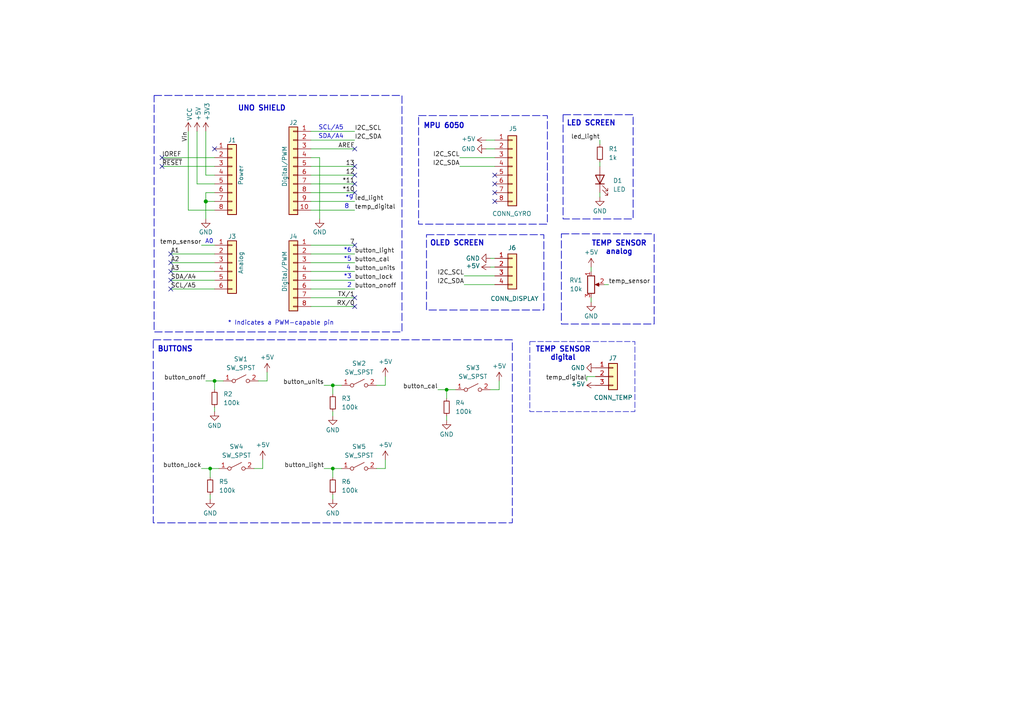
<source format=kicad_sch>
(kicad_sch (version 20231120) (generator "eeschema") (generator_version "8.0")
  (paper "A4")
  (title_block (title "Uno Shield ThermoPro") (date "2025-01-27") (rev "1.0") (company "Twyla Borck"))
  (lib_symbols
    (symbol "Connector_Generic:Conn_01x03" (pin_names (offset 1.016) hide)
      (property "Reference" "J" (at 0 5.08 0))
      (property "Value" "Conn_01x03" (at 0 -5.08 0))
      (symbol "Conn_01x03_1_1"
        (rectangle (start -1.27 -2.413) (end 0 -2.667) (stroke (width 0.1524)))
        (rectangle (start -1.27 0.127) (end 0 -0.127) (stroke (width 0.1524)))
        (rectangle (start -1.27 2.667) (end 0 2.413) (stroke (width 0.1524)))
        (rectangle (start -1.27 3.81) (end 1.27 -3.81) (stroke (width 0.254)) (fill (type background)))
        (pin passive line (at -5.08 2.54 0) (length 3.81) (name "Pin_1") (number "1"))
        (pin passive line (at -5.08 0 0) (length 3.81) (name "Pin_2") (number "2"))
        (pin passive line (at -5.08 -2.54 0) (length 3.81) (name "Pin_3") (number "3"))
      )
    )
    (symbol "Connector_Generic:Conn_01x04" (pin_names (offset 1.016) hide)
      (property "Reference" "J" (at 0 5.08 0))
      (property "Value" "Conn_01x04" (at 0 -7.62 0))
      (symbol "Conn_01x04_1_1"
        (rectangle (start -1.27 -4.953) (end 0 -5.207) (stroke (width 0.1524)))
        (rectangle (start -1.27 -2.413) (end 0 -2.667) (stroke (width 0.1524)))
        (rectangle (start -1.27 0.127) (end 0 -0.127) (stroke (width 0.1524)))
        (rectangle (start -1.27 2.667) (end 0 2.413) (stroke (width 0.1524)))
        (rectangle (start -1.27 3.81) (end 1.27 -6.35) (stroke (width 0.254)) (fill (type background)))
        (pin passive line (at -5.08 2.54 0) (length 3.81) (name "Pin_1") (number "1"))
        (pin passive line (at -5.08 0 0) (length 3.81) (name "Pin_2") (number "2"))
        (pin passive line (at -5.08 -2.54 0) (length 3.81) (name "Pin_3") (number "3"))
        (pin passive line (at -5.08 -5.08 0) (length 3.81) (name "Pin_4") (number "4"))
      )
    )
    (symbol "Connector_Generic:Conn_01x06" (pin_names (offset 1.016) hide)
      (property "Reference" "J" (at 0 7.62 0))
      (property "Value" "Conn_01x06" (at 0 -10.16 0))
      (symbol "Conn_01x06_1_1"
        (rectangle (start -1.27 -7.493) (end 0 -7.747) (stroke (width 0.1524)))
        (rectangle (start -1.27 -4.953) (end 0 -5.207) (stroke (width 0.1524)))
        (rectangle (start -1.27 -2.413) (end 0 -2.667) (stroke (width 0.1524)))
        (rectangle (start -1.27 0.127) (end 0 -0.127) (stroke (width 0.1524)))
        (rectangle (start -1.27 2.667) (end 0 2.413) (stroke (width 0.1524)))
        (rectangle (start -1.27 5.207) (end 0 4.953) (stroke (width 0.1524)))
        (rectangle (start -1.27 6.35) (end 1.27 -8.89) (stroke (width 0.254)) (fill (type background)))
        (pin passive line (at -5.08 5.08 0) (length 3.81) (name "Pin_1") (number "1"))
        (pin passive line (at -5.08 2.54 0) (length 3.81) (name "Pin_2") (number "2"))
        (pin passive line (at -5.08 0 0) (length 3.81) (name "Pin_3") (number "3"))
        (pin passive line (at -5.08 -2.54 0) (length 3.81) (name "Pin_4") (number "4"))
        (pin passive line (at -5.08 -5.08 0) (length 3.81) (name "Pin_5") (number "5"))
        (pin passive line (at -5.08 -7.62 0) (length 3.81) (name "Pin_6") (number "6"))
      )
    )
    (symbol "Connector_Generic:Conn_01x08" (pin_names (offset 1.016) hide)
      (property "Reference" "J" (at 0 10.16 0))
      (property "Value" "Conn_01x08" (at 0 -12.7 0))
      (symbol "Conn_01x08_1_1"
        (rectangle (start -1.27 -10.033) (end 0 -10.287) (stroke (width 0.1524)))
        (rectangle (start -1.27 -7.493) (end 0 -7.747) (stroke (width 0.1524)))
        (rectangle (start -1.27 -4.953) (end 0 -5.207) (stroke (width 0.1524)))
        (rectangle (start -1.27 -2.413) (end 0 -2.667) (stroke (width 0.1524)))
        (rectangle (start -1.27 0.127) (end 0 -0.127) (stroke (width 0.1524)))
        (rectangle (start -1.27 2.667) (end 0 2.413) (stroke (width 0.1524)))
        (rectangle (start -1.27 5.207) (end 0 4.953) (stroke (width 0.1524)))
        (rectangle (start -1.27 7.747) (end 0 7.493) (stroke (width 0.1524)))
        (rectangle (start -1.27 8.89) (end 1.27 -11.43) (stroke (width 0.254)) (fill (type background)))
        (pin passive line (at -5.08 7.62 0) (length 3.81) (name "Pin_1") (number "1"))
        (pin passive line (at -5.08 5.08 0) (length 3.81) (name "Pin_2") (number "2"))
        (pin passive line (at -5.08 2.54 0) (length 3.81) (name "Pin_3") (number "3"))
        (pin passive line (at -5.08 0 0) (length 3.81) (name "Pin_4") (number "4"))
        (pin passive line (at -5.08 -2.54 0) (length 3.81) (name "Pin_5") (number "5"))
        (pin passive line (at -5.08 -5.08 0) (length 3.81) (name "Pin_6") (number "6"))
        (pin passive line (at -5.08 -7.62 0) (length 3.81) (name "Pin_7") (number "7"))
        (pin passive line (at -5.08 -10.16 0) (length 3.81) (name "Pin_8") (number "8"))
      )
    )
    (symbol "Connector_Generic:Conn_01x10" (pin_names (offset 1.016) hide)
      (property "Reference" "J" (at 0 12.7 0))
      (property "Value" "Conn_01x10" (at 0 -15.24 0))
      (symbol "Conn_01x10_1_1"
        (rectangle (start -1.27 -12.573) (end 0 -12.827) (stroke (width 0.1524)))
        (rectangle (start -1.27 -10.033) (end 0 -10.287) (stroke (width 0.1524)))
        (rectangle (start -1.27 -7.493) (end 0 -7.747) (stroke (width 0.1524)))
        (rectangle (start -1.27 -4.953) (end 0 -5.207) (stroke (width 0.1524)))
        (rectangle (start -1.27 -2.413) (end 0 -2.667) (stroke (width 0.1524)))
        (rectangle (start -1.27 0.127) (end 0 -0.127) (stroke (width 0.1524)))
        (rectangle (start -1.27 2.667) (end 0 2.413) (stroke (width 0.1524)))
        (rectangle (start -1.27 5.207) (end 0 4.953) (stroke (width 0.1524)))
        (rectangle (start -1.27 7.747) (end 0 7.493) (stroke (width 0.1524)))
        (rectangle (start -1.27 10.287) (end 0 10.033) (stroke (width 0.1524)))
        (rectangle (start -1.27 11.43) (end 1.27 -13.97) (stroke (width 0.254)) (fill (type background)))
        (pin passive line (at -5.08 10.16 0) (length 3.81) (name "Pin_1") (number "1"))
        (pin passive line (at -5.08 -12.7 0) (length 3.81) (name "Pin_10") (number "10"))
        (pin passive line (at -5.08 7.62 0) (length 3.81) (name "Pin_2") (number "2"))
        (pin passive line (at -5.08 5.08 0) (length 3.81) (name "Pin_3") (number "3"))
        (pin passive line (at -5.08 2.54 0) (length 3.81) (name "Pin_4") (number "4"))
        (pin passive line (at -5.08 0 0) (length 3.81) (name "Pin_5") (number "5"))
        (pin passive line (at -5.08 -2.54 0) (length 3.81) (name "Pin_6") (number "6"))
        (pin passive line (at -5.08 -5.08 0) (length 3.81) (name "Pin_7") (number "7"))
        (pin passive line (at -5.08 -7.62 0) (length 3.81) (name "Pin_8") (number "8"))
        (pin passive line (at -5.08 -10.16 0) (length 3.81) (name "Pin_9") (number "9"))
      )
    )
    (symbol "Device:LED" (pin_numbers hide) (pin_names (offset 1.016) hide)
      (property "Reference" "D" (at 0 2.54 0))
      (property "Value" "LED" (at 0 -2.54 0))
      (symbol "LED_0_1"
        (polyline (pts (xy -1.27 -1.27) (xy -1.27 1.27)) (stroke (width 0.254)))
        (polyline (pts (xy -1.27 0) (xy 1.27 0)))
        (polyline (pts (xy 1.27 -1.27) (xy 1.27 1.27) (xy -1.27 0) (xy 1.27 -1.27)) (stroke (width 0.254)))
        (polyline (pts (xy -3.048 -0.762) (xy -4.572 -2.286) (xy -3.81 -2.286) (xy -4.572 -2.286) (xy -4.572 -1.524)))
        (polyline (pts (xy -1.778 -0.762) (xy -3.302 -2.286) (xy -2.54 -2.286) (xy -3.302 -2.286) (xy -3.302 -1.524)))
      )
      (symbol "LED_1_1"
        (pin passive line (at -3.81 0 0) (length 2.54) (name "K") (number "1"))
        (pin passive line (at 3.81 0 180) (length 2.54) (name "A") (number "2"))
      )
    )
    (symbol "Device:R_Potentiometer" (pin_names (offset 1.016) hide)
      (property "Reference" "RV" (at -4.445 0 90))
      (property "Value" "R_Potentiometer" (at -2.54 0 90))
      (symbol "R_Potentiometer_0_1"
        (polyline (pts (xy 2.54 0) (xy 1.524 0)))
        (polyline (pts (xy 1.143 0) (xy 2.286 0.508) (xy 2.286 -0.508) (xy 1.143 0)) (fill (type outline)))
        (rectangle (start 1.016 2.54) (end -1.016 -2.54) (stroke (width 0.254)))
      )
      (symbol "R_Potentiometer_1_1"
        (pin passive line (at 0 3.81 270) (length 1.27) (name "1") (number "1"))
        (pin passive line (at 3.81 0 180) (length 1.27) (name "2") (number "2"))
        (pin passive line (at 0 -3.81 90) (length 1.27) (name "3") (number "3"))
      )
    )
    (symbol "Device:R_Small" (pin_numbers hide) (pin_names (offset 0.254) hide)
      (property "Reference" "R" (at 0.762 0.508 0))
      (property "Value" "R_Small" (at 0.762 -1.016 0))
      (symbol "R_Small_0_1"
        (rectangle (start -0.762 1.778) (end 0.762 -1.778) (stroke (width 0.2032)))
      )
      (symbol "R_Small_1_1"
        (pin passive line (at 0 2.54 270) (length 0.762) (name "~") (number "1"))
        (pin passive line (at 0 -2.54 90) (length 0.762) (name "~") (number "2"))
      )
    )
    (symbol "Switch:SW_SPST" (pin_names (offset 0) hide)
      (property "Reference" "SW" (at 0 3.175 0))
      (property "Value" "SW_SPST" (at 0 -2.54 0))
      (symbol "SW_SPST_0_0"
        (circle (center -2.032 0) (radius 0.508))
        (polyline (pts (xy -1.524 0.254) (xy 1.524 1.778)))
        (circle (center 2.032 0) (radius 0.508))
      )
      (symbol "SW_SPST_1_1"
        (pin passive line (at -5.08 0 0) (length 2.54) (name "A") (number "1"))
        (pin passive line (at 5.08 0 180) (length 2.54) (name "B") (number "2"))
      )
    )
    (symbol "power:+3V3" (power) (pin_names (offset 0))
      (property "Value" "+3V3" (at 0 3.556 0))
      (symbol "+3V3_0_1"
        (polyline (pts (xy -0.762 1.27) (xy 0 2.54)))
        (polyline (pts (xy 0 0) (xy 0 2.54)))
        (polyline (pts (xy 0 2.54) (xy 0.762 1.27)))
      )
      (symbol "+3V3_1_1"
        (pin power_in line (at 0 0 90) (length 0) hide (name "+3V3") (number "1"))
      )
    )
    (symbol "power:+5V" (power) (pin_names (offset 0))
      (property "Value" "+5V" (at 0 3.556 0))
      (symbol "+5V_0_1"
        (polyline (pts (xy -0.762 1.27) (xy 0 2.54)))
        (polyline (pts (xy 0 0) (xy 0 2.54)))
        (polyline (pts (xy 0 2.54) (xy 0.762 1.27)))
      )
      (symbol "+5V_1_1"
        (pin power_in line (at 0 0 90) (length 0) hide (name "+5V") (number "1"))
      )
    )
    (symbol "power:GND" (power) (pin_names (offset 0))
      (property "Value" "GND" (at 0 -3.81 0))
      (symbol "GND_0_1"
        (polyline (pts (xy 0 0) (xy 0 -1.27) (xy 1.27 -1.27) (xy 0 -2.54) (xy -1.27 -1.27) (xy 0 -1.27)))
      )
      (symbol "GND_1_1"
        (pin power_in line (at 0 0 270) (length 0) hide (name "GND") (number "1"))
      )
    )
    (symbol "power:VCC" (power) (pin_names (offset 0))
      (property "Value" "VCC" (at 0 3.81 0))
      (symbol "VCC_0_1"
        (polyline (pts (xy -0.762 1.27) (xy 0 2.54)))
        (polyline (pts (xy 0 0) (xy 0 2.54)))
        (polyline (pts (xy 0 2.54) (xy 0.762 1.27)))
      )
      (symbol "VCC_1_1"
        (pin power_in line (at 0 0 90) (length 0) hide (name "VCC") (number "1"))
      )
    )
  )
  (junction (at 96.52 135.89))
  (junction (at 59.69 58.42) (diameter 1.016))
  (junction (at 96.52 111.76))
  (junction (at 129.54 113.03))
  (junction (at 60.96 135.89))
  (junction (at 62.23 110.49))
  (no_connect (at 143.51 50.8))
  (no_connect (at 49.53 78.74))
  (no_connect (at 49.53 81.28))
  (no_connect (at 49.53 73.66))
  (no_connect (at 143.51 53.34))
  (no_connect (at 102.87 43.18))
  (no_connect (at 143.51 55.88))
  (no_connect (at 143.51 58.42))
  (no_connect (at 102.87 48.26))
  (no_connect (at 102.87 55.88))
  (no_connect (at 102.87 50.8))
  (no_connect (at 102.87 86.36))
  (no_connect (at 102.87 88.9))
  (no_connect (at 46.99 45.72))
  (no_connect (at 102.87 71.12))
  (no_connect (at 46.99 48.26))
  (no_connect (at 102.87 53.34))
  (no_connect (at 62.23 43.18))
  (no_connect (at 49.53 83.82))
  (no_connect (at 49.53 76.2))
  (wire (pts (xy 90.17 88.9) (xy 102.87 88.9)))
  (wire (pts (xy 140.97 40.64) (xy 143.51 40.64)))
  (wire (pts (xy 90.17 55.88) (xy 102.87 55.88)))
  (wire (pts (xy 133.35 48.26) (xy 143.51 48.26)))
  (wire (pts (xy 90.17 38.1) (xy 102.87 38.1)))
  (wire (pts (xy 96.52 119.38) (xy 96.52 120.65)))
  (wire (pts (xy 96.52 138.43) (xy 96.52 135.89)))
  (wire (pts (xy 59.69 55.88) (xy 59.69 58.42)))
  (wire (pts (xy 49.53 83.82) (xy 62.23 83.82)))
  (wire (pts (xy 58.42 71.12) (xy 62.23 71.12)))
  (wire (pts (xy 93.98 135.89) (xy 96.52 135.89)))
  (wire (pts (xy 134.62 82.55) (xy 143.51 82.55)))
  (wire (pts (xy 59.69 58.42) (xy 59.69 63.5)))
  (wire (pts (xy 59.69 50.8) (xy 62.23 50.8)))
  (wire (pts (xy 57.15 53.34) (xy 62.23 53.34)))
  (wire (pts (xy 73.66 135.89) (xy 76.2 135.89)))
  (wire (pts (xy 171.45 77.47) (xy 171.45 78.74)))
  (wire (pts (xy 57.15 38.1) (xy 57.15 53.34)))
  (wire (pts (xy 96.52 135.89) (xy 99.06 135.89)))
  (wire (pts (xy 90.17 48.26) (xy 102.87 48.26)))
  (wire (pts (xy 59.69 38.1) (xy 59.69 50.8)))
  (wire (pts (xy 90.17 71.12) (xy 102.87 71.12)))
  (wire (pts (xy 96.52 111.76) (xy 99.06 111.76)))
  (wire (pts (xy 90.17 50.8) (xy 102.87 50.8)))
  (wire (pts (xy 90.17 73.66) (xy 102.87 73.66)))
  (wire (pts (xy 109.22 111.76) (xy 111.76 111.76)))
  (wire (pts (xy 144.78 113.03) (xy 144.78 110.49)))
  (wire (pts (xy 142.24 74.93) (xy 143.51 74.93)))
  (wire (pts (xy 62.23 118.11) (xy 62.23 119.38)))
  (wire (pts (xy 109.22 135.89) (xy 111.76 135.89)))
  (wire (pts (xy 90.17 58.42) (xy 102.87 58.42)))
  (wire (pts (xy 59.69 110.49) (xy 62.23 110.49)))
  (wire (pts (xy 129.54 115.57) (xy 129.54 113.03)))
  (wire (pts (xy 93.98 111.76) (xy 96.52 111.76)))
  (wire (pts (xy 90.17 78.74) (xy 102.87 78.74)))
  (wire (pts (xy 60.96 143.51) (xy 60.96 144.78)))
  (wire (pts (xy 46.99 45.72) (xy 62.23 45.72)))
  (wire (pts (xy 74.93 110.49) (xy 77.47 110.49)))
  (wire (pts (xy 173.99 46.99) (xy 173.99 48.26)))
  (wire (pts (xy 92.71 45.72) (xy 92.71 63.5)))
  (wire (pts (xy 96.52 143.51) (xy 96.52 144.78)))
  (wire (pts (xy 90.17 43.18) (xy 102.87 43.18)))
  (wire (pts (xy 175.26 82.55) (xy 176.53 82.55)))
  (wire (pts (xy 134.62 80.01) (xy 143.51 80.01)))
  (wire (pts (xy 62.23 76.2) (xy 49.53 76.2)))
  (wire (pts (xy 46.99 48.26) (xy 62.23 48.26)))
  (wire (pts (xy 62.23 113.03) (xy 62.23 110.49)))
  (wire (pts (xy 62.23 58.42) (xy 59.69 58.42)))
  (wire (pts (xy 171.45 87.63) (xy 171.45 86.36)))
  (wire (pts (xy 62.23 60.96) (xy 54.61 60.96)))
  (wire (pts (xy 111.76 111.76) (xy 111.76 109.22)))
  (wire (pts (xy 49.53 73.66) (xy 62.23 73.66)))
  (wire (pts (xy 140.97 43.18) (xy 143.51 43.18)))
  (wire (pts (xy 129.54 120.65) (xy 129.54 121.92)))
  (wire (pts (xy 127 113.03) (xy 129.54 113.03)))
  (wire (pts (xy 90.17 45.72) (xy 92.71 45.72)))
  (wire (pts (xy 142.24 113.03) (xy 144.78 113.03)))
  (wire (pts (xy 111.76 135.89) (xy 111.76 133.35)))
  (wire (pts (xy 60.96 135.89) (xy 63.5 135.89)))
  (wire (pts (xy 62.23 55.88) (xy 59.69 55.88)))
  (wire (pts (xy 96.52 114.3) (xy 96.52 111.76)))
  (wire (pts (xy 62.23 110.49) (xy 64.77 110.49)))
  (wire (pts (xy 90.17 53.34) (xy 102.87 53.34)))
  (wire (pts (xy 129.54 113.03) (xy 132.08 113.03)))
  (wire (pts (xy 58.42 135.89) (xy 60.96 135.89)))
  (wire (pts (xy 170.18 109.22) (xy 170.18 110.49)))
  (wire (pts (xy 90.17 76.2) (xy 102.87 76.2)))
  (wire (pts (xy 142.24 77.47) (xy 143.51 77.47)))
  (wire (pts (xy 49.53 78.74) (xy 62.23 78.74)))
  (wire (pts (xy 76.2 135.89) (xy 76.2 133.35)))
  (wire (pts (xy 60.96 138.43) (xy 60.96 135.89)))
  (wire (pts (xy 172.72 109.22) (xy 170.18 109.22)))
  (wire (pts (xy 173.99 55.88) (xy 173.99 57.15)))
  (wire (pts (xy 133.35 45.72) (xy 143.51 45.72)))
  (wire (pts (xy 77.47 110.49) (xy 77.47 107.95)))
  (wire (pts (xy 90.17 40.64) (xy 102.87 40.64)))
  (wire (pts (xy 90.17 83.82) (xy 102.87 83.82)))
  (wire (pts (xy 173.99 40.64) (xy 173.99 41.91)))
  (wire (pts (xy 90.17 81.28) (xy 102.87 81.28)))
  (wire (pts (xy 90.17 86.36) (xy 102.87 86.36)))
  (wire (pts (xy 54.61 60.96) (xy 54.61 38.1)))
  (wire (pts (xy 62.23 81.28) (xy 49.53 81.28)))
  (wire (pts (xy 90.17 60.96) (xy 102.87 60.96)))
  (rectangle (start 44.45 98.552) (end 148.59 151.638) (stroke (width 0.2) (type dash)))
  (rectangle (start 153.67 99.06) (end 184.15 119.38) (stroke (width 0) (type dash)))
  (rectangle (start 123.698 68.072) (end 157.734 89.916) (stroke (width 0.2) (type dash)))
  (rectangle (start 163.322 33.274) (end 183.642 63.5) (stroke (width 0.2) (type dash)))
  (rectangle (start 44.704 27.686) (end 116.586 96.266) (stroke (width 0.2) (type dash)))
  (rectangle (start 121.412 33.528) (end 158.75 65.024) (stroke (width 0.2) (type dash)))
  (rectangle (start 162.814 67.818) (end 189.738 93.98) (stroke (width 0.2) (type dash)))
  (text "OLED SCREEN" (at 132.588 70.612 0) (effects (font (size 1.5 1.5) (thickness 0.3) (bold yes))))
  (text "A0\n" (at 60.706 70.104 0) (effects (font (size 1.27 1.27))))
  (text "8" (at 100.584 59.944 0) (effects (font (size 1.27 1.27))))
  (text "LED SCREEN" (at 171.45 35.814 0) (effects (font (size 1.5 1.5) (thickness 0.3) (bold yes))))
  (text "*9" (at 101.346 57.404 0) (effects (font (size 1.27 1.27))))
  (text "TEMP SENSOR\nanalog\n" (at 179.578 71.882 0) (effects (font (size 1.5 1.5) (thickness 0.3) (bold yes))))
  (text "UNO SHIELD" (at 75.946 31.496 0) (effects (font (size 1.5 1.5) (thickness 0.3) (bold yes))))
  (text "MPU 6050" (at 128.778 36.576 0) (effects (font (size 1.5 1.5) (thickness 0.3) (bold yes))))
  (text "SCL/A5" (at 96.012 37.084 0) (effects (font (size 1.27 1.27))))
  (text "*6" (at 100.838 72.644 0) (effects (font (size 1.27 1.27))))
  (text "SDA/A4" (at 96.012 39.624 0) (effects (font (size 1.27 1.27))))
  (text "BUTTONS" (at 50.8 101.346 0) (effects (font (size 1.5 1.5) (thickness 0.3) (bold yes))))
  (text "*5" (at 100.838 75.184 0) (effects (font (size 1.27 1.27))))
  (text "*3" (at 100.838 80.264 0) (effects (font (size 1.27 1.27))))
  (text "* Indicates a PWM-capable pin" (at 66.04 94.488 0) (effects (font (size 1.27 1.27)) (justify left bottom)))
  (text "2\n" (at 101.346 82.804 0) (effects (font (size 1.27 1.27))))
  (text "TEMP SENSOR\ndigital\n" (at 163.322 102.616 0) (effects (font (size 1.5 1.5) (thickness 0.3) (bold yes))))
  (text "4" (at 101.092 77.724 0) (effects (font (size 1.27 1.27))))
  (label "RX{slash}0" (at 102.87 88.9 180))
  (label "button_light" (at 93.98 135.89 180))
  (label "A2" (at 49.53 76.2 0))
  (label "I2C_SDA" (at 134.62 82.55 180))
  (label "button_cal" (at 127 113.03 180))
  (label "A3" (at 49.53 78.74 0))
  (label "I2C_SCL" (at 133.35 45.72 180))
  (label "button_onoff" (at 59.69 110.49 180))
  (label "13" (at 102.87 48.26 180))
  (label "temp_digital" (at 102.87 60.96 0))
  (label "12" (at 102.87 50.8 180))
  (label "~{RESET}" (at 46.99 48.26 0))
  (label "I2C_SCL" (at 102.87 38.1 0))
  (label "I2C_SDA" (at 102.87 40.64 0))
  (label "*10" (at 102.87 55.88 180))
  (label "I2C_SCL" (at 134.62 80.01 180))
  (label "button_cal" (at 102.87 76.2 0))
  (label "temp_sensor" (at 58.42 71.12 180))
  (label "button_onoff" (at 102.87 83.82 0))
  (label "7" (at 102.87 71.12 180))
  (label "button_units" (at 102.87 78.74 0))
  (label "*11" (at 102.87 53.34 180))
  (label "button_lock" (at 58.42 135.89 180))
  (label "led_light" (at 102.87 58.42 0))
  (label "led_light" (at 173.99 40.64 180))
  (label "A1" (at 49.53 73.66 0))
  (label "TX{slash}1" (at 102.87 86.36 180))
  (label "button_units" (at 93.98 111.76 180))
  (label "AREF" (at 102.87 43.18 180))
  (label "temp_digital" (at 170.18 110.49 180))
  (label "I2C_SDA" (at 133.35 48.26 180))
  (label "Vin" (at 54.61 38.1 270))
  (label "button_lock" (at 102.87 81.28 0))
  (label "IOREF" (at 46.99 45.72 0))
  (label "button_light" (at 102.87 73.66 0))
  (label "SDA{slash}A4" (at 49.53 81.28 0))
  (label "SCL{slash}A5" (at 49.53 83.82 0))
  (label "temp_sensor" (at 176.53 82.55 0))
  (symbol (lib_id "Connector_Generic:Conn_01x08") (at 67.31 50.8 0) (unit 1)
    (property "Reference" "J1" (at 67.31 40.64 0))
    (property "Value" "Power" (at 69.85 50.8 90))
    (property "Footprint" "Connector_PinSocket_2.54mm:PinSocket_1x08_P2.54mm_Vertical" (effects (hide yes)))
  )
  (symbol (lib_id "power:+3V3") (at 59.69 38.1 0) (unit 1)
    (property "Reference" "#PWR03" (effects (hide yes)))
    (property "Value" "+3V3" (at 60.071 35.052 90) (effects (justify left)))
  )
  (symbol (lib_id "power:+5V") (at 57.15 38.1 0) (unit 1)
    (property "Reference" "#PWR02" (effects (hide yes)))
    (property "Value" "+5V" (at 57.5056 35.052 90) (effects (justify left)))
  )
  (symbol (lib_id "power:GND") (at 59.69 63.5 0) (unit 1)
    (property "Reference" "#PWR07" (effects (hide yes)))
    (property "Value" "GND" (at 59.69 67.31 0))
  )
  (symbol (lib_id "Connector_Generic:Conn_01x10") (at 85.09 48.26 0) (mirror y) (unit 1)
    (property "Reference" "J2" (at 85.09 35.56 0))
    (property "Value" "Digital/PWM" (at 82.55 48.26 90))
    (property "Footprint" "Connector_PinSocket_2.54mm:PinSocket_1x10_P2.54mm_Vertical" (effects (hide yes)))
  )
  (symbol (lib_id "power:GND") (at 92.71 63.5 0) (unit 1)
    (property "Reference" "#PWR08" (effects (hide yes)))
    (property "Value" "GND" (at 92.71 67.31 0))
  )
  (symbol (lib_id "Connector_Generic:Conn_01x06") (at 67.31 76.2 0) (unit 1)
    (property "Reference" "J3" (at 67.31 68.58 0))
    (property "Value" "Analog" (at 69.85 76.2 90))
    (property "Footprint" "Connector_PinSocket_2.54mm:PinSocket_1x06_P2.54mm_Vertical" (effects (hide yes)))
  )
  (symbol (lib_id "Connector_Generic:Conn_01x08") (at 85.09 78.74 0) (mirror y) (unit 1)
    (property "Reference" "J4" (at 85.09 68.58 0))
    (property "Value" "Digital/PWM" (at 82.55 78.74 90))
    (property "Footprint" "Connector_PinSocket_2.54mm:PinSocket_1x08_P2.54mm_Vertical" (effects (hide yes)))
  )
  (symbol (lib_id "power:+5V") (at 172.72 111.76 90) (unit 1)
    (property "Reference" "#PWR025" (effects (hide yes)))
    (property "Value" "+5V" (at 169.672 111.4044 90) (effects (justify left)))
  )
  (symbol (lib_id "power:GND") (at 62.23 119.38 0) (unit 1)
    (property "Reference" "#PWR016" (effects (hide yes)))
    (property "Value" "GND" (at 62.23 123.444 0))
  )
  (symbol (lib_id "Device:R_Small") (at 62.23 115.57 0) (unit 1)
    (property "Reference" "R2" (at 64.77 114.2999 0) (effects (justify left)))
    (property "Value" "100k" (at 64.77 116.8399 0) (effects (justify left)))
    (property "Footprint" "Resistor_THT:R_Axial_DIN0207_L6.3mm_D2.5mm_P10.16mm_Horizontal" (effects (hide yes)))
    (property "Description" "Resistor, small symbol" (effects (hide yes)))
  )
  (symbol (lib_id "Switch:SW_SPST") (at 104.14 111.76 0) (unit 1)
    (property "Reference" "SW2" (at 104.14 105.41 0))
    (property "Value" "SW_SPST" (at 104.14 107.95 0))
    (property "Footprint" "Button_Switch_THT:SW_PUSH_6mm" (effects (hide yes)))
    (property "Description" "Single Pole Single Throw (SPST) switch" (effects (hide yes)))
  )
  (symbol (lib_id "power:+5V") (at 77.47 107.95 0) (unit 1)
    (property "Reference" "#PWR013" (effects (hide yes)))
    (property "Value" "+5V" (at 75.438 103.632 0) (effects (justify left)))
  )
  (symbol (lib_id "power:+5V") (at 140.97 40.64 90) (unit 1)
    (property "Reference" "#PWR04" (effects (hide yes)))
    (property "Value" "+5V" (at 137.922 40.2844 90) (effects (justify left)))
  )
  (symbol (lib_id "power:GND") (at 172.72 106.68 270) (unit 1)
    (property "Reference" "#PWR023" (effects (hide yes)))
    (property "Value" "GND" (at 167.64 106.68 90))
  )
  (symbol (lib_id "power:GND") (at 142.24 74.93 270) (unit 1)
    (property "Reference" "#PWR09" (effects (hide yes)))
    (property "Value" "GND" (at 137.16 74.93 90))
  )
  (symbol (lib_id "power:+5V") (at 171.45 77.47 0) (unit 1)
    (property "Reference" "#PWR011" (effects (hide yes)))
    (property "Value" "+5V" (at 169.418 73.152 0) (effects (justify left)))
  )
  (symbol (lib_id "Device:R_Potentiometer") (at 171.45 82.55 0) (unit 1)
    (property "Reference" "RV1" (at 168.91 81.2799 0) (effects (justify right)))
    (property "Value" "10k" (at 168.91 83.8199 0) (effects (justify right)))
    (property "Footprint" "Potentiometer_THT:Potentiometer_Bourns_3386P_Vertical" (effects (hide yes)))
    (property "Description" "Potentiometer" (effects (hide yes)))
  )
  (symbol (lib_id "power:VCC") (at 54.61 38.1 0) (unit 1)
    (property "Reference" "#PWR01" (effects (hide yes)))
    (property "Value" "VCC" (at 54.991 35.052 90) (effects (justify left)))
  )
  (symbol (lib_id "Switch:SW_SPST") (at 137.16 113.03 0) (unit 1)
    (property "Reference" "SW3" (at 137.16 106.68 0))
    (property "Value" "SW_SPST" (at 137.16 109.22 0))
    (property "Footprint" "Button_Switch_THT:SW_PUSH_6mm" (effects (hide yes)))
    (property "Description" "Single Pole Single Throw (SPST) switch" (effects (hide yes)))
  )
  (symbol (lib_id "power:+5V") (at 111.76 109.22 0) (unit 1)
    (property "Reference" "#PWR014" (effects (hide yes)))
    (property "Value" "+5V" (at 109.728 104.902 0) (effects (justify left)))
  )
  (symbol (lib_id "Device:R_Small") (at 96.52 116.84 0) (unit 1)
    (property "Reference" "R3" (at 99.06 115.5699 0) (effects (justify left)))
    (property "Value" "100k" (at 99.06 118.1099 0) (effects (justify left)))
    (property "Footprint" "Resistor_THT:R_Axial_DIN0207_L6.3mm_D2.5mm_P10.16mm_Horizontal" (effects (hide yes)))
    (property "Description" "Resistor, small symbol" (effects (hide yes)))
  )
  (symbol (lib_id "Switch:SW_SPST") (at 104.14 135.89 0) (unit 1)
    (property "Reference" "SW5" (at 104.14 129.54 0))
    (property "Value" "SW_SPST" (at 104.14 132.08 0))
    (property "Footprint" "Button_Switch_THT:SW_PUSH_6mm" (effects (hide yes)))
    (property "Description" "Single Pole Single Throw (SPST) switch" (effects (hide yes)))
  )
  (symbol (lib_id "power:GND") (at 129.54 121.92 0) (unit 1)
    (property "Reference" "#PWR018" (effects (hide yes)))
    (property "Value" "GND" (at 129.54 125.984 0))
  )
  (symbol (lib_id "power:GND") (at 171.45 87.63 0) (unit 1)
    (property "Reference" "#PWR012" (effects (hide yes)))
    (property "Value" "GND" (at 171.45 91.694 0))
  )
  (symbol (lib_id "power:GND") (at 96.52 144.78 0) (unit 1)
    (property "Reference" "#PWR022" (effects (hide yes)))
    (property "Value" "GND" (at 96.52 148.844 0))
  )
  (symbol (lib_id "Device:R_Small") (at 60.96 140.97 0) (unit 1)
    (property "Reference" "R5" (at 63.5 139.6999 0) (effects (justify left)))
    (property "Value" "100k" (at 63.5 142.2399 0) (effects (justify left)))
    (property "Footprint" "Resistor_THT:R_Axial_DIN0207_L6.3mm_D2.5mm_P10.16mm_Horizontal" (effects (hide yes)))
    (property "Description" "Resistor, small symbol" (effects (hide yes)))
  )
  (symbol (lib_id "Device:R_Small") (at 96.52 140.97 0) (unit 1)
    (property "Reference" "R6" (at 99.06 139.6999 0) (effects (justify left)))
    (property "Value" "100k" (at 99.06 142.2399 0) (effects (justify left)))
    (property "Footprint" "Resistor_THT:R_Axial_DIN0207_L6.3mm_D2.5mm_P10.16mm_Horizontal" (effects (hide yes)))
    (property "Description" "Resistor, small symbol" (effects (hide yes)))
  )
  (symbol (lib_id "power:GND") (at 173.99 57.15 0) (unit 1)
    (property "Reference" "#PWR06" (effects (hide yes)))
    (property "Value" "GND" (at 173.99 61.214 0))
  )
  (symbol (lib_id "power:GND") (at 60.96 144.78 0) (unit 1)
    (property "Reference" "#PWR021" (effects (hide yes)))
    (property "Value" "GND" (at 60.96 148.844 0))
  )
  (symbol (lib_id "power:+5V") (at 111.76 133.35 0) (unit 1)
    (property "Reference" "#PWR020" (effects (hide yes)))
    (property "Value" "+5V" (at 109.728 129.032 0) (effects (justify left)))
  )
  (symbol (lib_id "Connector_Generic:Conn_01x08") (at 148.59 48.26 0) (unit 1)
    (property "Reference" "J5" (at 147.574 37.338 0) (effects (justify left)))
    (property "Value" "CONN_GYRO" (at 142.748 61.976 0) (effects (justify left)))
    (property "Footprint" "Connector_PinSocket_2.54mm:PinSocket_1x08_P2.54mm_Vertical" (effects (hide yes)))
    (property "Description" "Generic connector, single row, 01x08, script generated (kicad-library-utils/schlib/autogen/connector/)" (effects (hide yes)))
  )
  (symbol (lib_id "Switch:SW_SPST") (at 69.85 110.49 0) (unit 1)
    (property "Reference" "SW1" (at 69.85 104.14 0))
    (property "Value" "SW_SPST" (at 69.85 106.68 0))
    (property "Footprint" "Button_Switch_THT:SW_PUSH_6mm" (effects (hide yes)))
    (property "Description" "Single Pole Single Throw (SPST) switch" (effects (hide yes)))
  )
  (symbol (lib_id "power:GND") (at 140.97 43.18 270) (unit 1)
    (property "Reference" "#PWR05" (effects (hide yes)))
    (property "Value" "GND" (at 135.89 43.18 90))
  )
  (symbol (lib_id "power:+5V") (at 144.78 110.49 0) (unit 1)
    (property "Reference" "#PWR015" (effects (hide yes)))
    (property "Value" "+5V" (at 142.748 106.172 0) (effects (justify left)))
  )
  (symbol (lib_id "power:+5V") (at 142.24 77.47 90) (unit 1)
    (property "Reference" "#PWR010" (effects (hide yes)))
    (property "Value" "+5V" (at 139.192 77.1144 90) (effects (justify left)))
  )
  (symbol (lib_id "Device:LED") (at 173.99 52.07 90) (unit 1)
    (property "Reference" "D1" (at 177.8 52.3874 90) (effects (justify right)))
    (property "Value" "LED" (at 177.8 54.9274 90) (effects (justify right)))
    (property "Footprint" "LED_THT:LED_D5.0mm" (effects (hide yes)))
    (property "Description" "Light emitting diode" (effects (hide yes)))
  )
  (symbol (lib_id "power:GND") (at 96.52 120.65 0) (unit 1)
    (property "Reference" "#PWR017" (effects (hide yes)))
    (property "Value" "GND" (at 96.52 124.714 0))
  )
  (symbol (lib_id "Switch:SW_SPST") (at 68.58 135.89 0) (unit 1)
    (property "Reference" "SW4" (at 68.58 129.54 0))
    (property "Value" "SW_SPST" (at 68.58 132.08 0))
    (property "Footprint" "Button_Switch_THT:SW_PUSH_6mm" (effects (hide yes)))
    (property "Description" "Single Pole Single Throw (SPST) switch" (effects (hide yes)))
  )
  (symbol (lib_id "Device:R_Small") (at 129.54 118.11 0) (unit 1)
    (property "Reference" "R4" (at 132.08 116.8399 0) (effects (justify left)))
    (property "Value" "100k" (at 132.08 119.3799 0) (effects (justify left)))
    (property "Footprint" "Resistor_THT:R_Axial_DIN0207_L6.3mm_D2.5mm_P10.16mm_Horizontal" (effects (hide yes)))
    (property "Description" "Resistor, small symbol" (effects (hide yes)))
  )
  (symbol (lib_id "Device:R_Small") (at 173.99 44.45 0) (unit 1)
    (property "Reference" "R1" (at 176.53 43.1799 0) (effects (justify left)))
    (property "Value" "1k" (at 176.53 45.7199 0) (effects (justify left)))
    (property "Footprint" "Resistor_THT:R_Axial_DIN0207_L6.3mm_D2.5mm_P10.16mm_Horizontal" (effects (hide yes)))
    (property "Description" "Resistor, small symbol" (effects (hide yes)))
  )
  (symbol (lib_id "Connector_Generic:Conn_01x03") (at 177.8 109.22 0) (unit 1)
    (property "Reference" "J7" (at 176.53 103.886 0) (effects (justify left)))
    (property "Value" "CONN_TEMP" (at 172.212 115.316 0) (effects (justify left)))
    (property "Footprint" "Connector_JST:JST_XH_B3B-XH-A_1x03_P2.50mm_Vertical" (effects (hide yes)))
    (property "Description" "Generic connector, single row, 01x03, script generated (kicad-library-utils/schlib/autogen/connector/)" (effects (hide yes)))
  )
  (symbol (lib_id "Connector_Generic:Conn_01x04") (at 148.59 77.47 0) (unit 1)
    (property "Reference" "J6" (at 147.32 71.882 0) (effects (justify left)))
    (property "Value" "CONN_DISPLAY" (at 142.24 86.614 0) (effects (justify left)))
    (property "Footprint" "Connector_PinSocket_2.54mm:PinSocket_1x04_P2.54mm_Vertical" (effects (hide yes)))
    (property "Description" "Generic connector, single row, 01x04, script generated (kicad-library-utils/schlib/autogen/connector/)" (effects (hide yes)))
  )
  (symbol (lib_id "power:+5V") (at 76.2 133.35 0) (unit 1)
    (property "Reference" "#PWR019" (effects (hide yes)))
    (property "Value" "+5V" (at 74.168 129.032 0) (effects (justify left)))
  )
)
</source>
